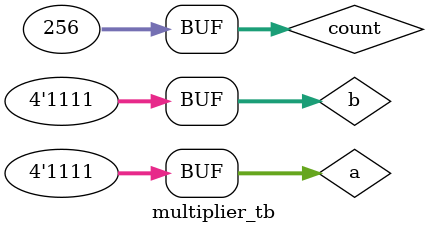
<source format=v>
module multiplier (
  input [3:0] a,
  input [3:0] b,
  output [7:0] out
);

    wire [3:0] l1, l2, l3;
    wire [3:0] multi0, multi1, multi2, multi3;
    wire [3:0] c0, c1, c2;
    wire [7:0] product;
    
    multiply mult0(a,b[0],multi0);
    multiply mult1(a,b[1],multi1);
    multiply mult2(a,b[2],multi2);
    multiply mult3(a,b[3],multi3);
    
    halfAdder ha0(multi0[1],multi1[0],l1[0],c0[0]);
    fullAdder fa1(multi0[2],multi1[1],c0[0],l1[1],c0[1]);
    fullAdder fa2(multi0[3],multi1[2],c0[2],l1[2],c0[2]);
    halfAdder ha3(c0[2],multi1[3],l1[3],c0[3]);
    
    halfAdder ha4(l1[1],multi2[0],l2[0],c1[0]);
    fullAdder fa5(l1[2],multi2[1],c1[0],l2[1],c1[1]);
    fullAdder fa6(l1[3],multi2[2],c1[1],l2[2],c1[2]);
    fullAdder fa7(c0[3],multi2[3],c1[2],l2[3],c1[3]);

    halfAdder ha8(l2[1],multi3[0],l3[0],c2[0]);
    fullAdder fa9(l2[2],multi3[1],c2[0],l3[1],c2[1]);
    fullAdder fa10(l2[3],multi3[2],c2[1],l3[2],c2[2]);
    fullAdder fa11(c1[3],multi3[3],c2[2],l3[3],c2[3]);
    
    assign product[0] = multi0[0];
    assign product[1] = l1[0];
    assign product[2] = l2[0];
    assign product[3] = l3[0];
    assign product[4] = l3[1];
    assign product[5] = l3[2];
    assign product[6] = l3[3];
    assign product[7] = c2[3];
    
    assign out = product;
    
endmodule
    
    
module fourBitAdder(
  input [3:0] a,
  input [3:0] b,
  output [3:0] sum,
  output cout
);

  wire [2:0] c;
  wire [4:0] s;

  halfAdder ha0 (a[0], b[0], s[0], c[0]);
  fullAdder fa0 (a[1], b[1], c[0], s[1], c[1]);
  fullAdder fa1 (a[2], b[2], c[1], s[2], c[2]);
  fullAdder fa2 (a[3], b[3], c[2], s[3], cout);

  assign sum = s;

endmodule

module halfAdder (
  input wire a,
  input wire b,
  output wire s,
  output wire cout
);

  assign s = a ^ b;
  assign cout = a & b;

endmodule

module multiply(
  input wire [3:0] a,
  input wire b,
  output wire [3:0] y
);

  assign y[0] = a[0] & b;
  assign y[1] = a[1] & b;
  assign y[2] = a[2] & b;
  assign y[3] = a[3] & b;

endmodule

module fullAdder (
  input wire a,
  input wire b,
  input wire cin,
  output wire s,
  output wire cout
);

  wire axorb;
  wire bb;
  wire cinab;

  assign axorb = a ^ b;
  assign s = axorb ^ cin;

  assign bb = a & b;
  assign cinab= cin & axorb;
  assign cout = bb | cinab;

endmodule



//TESTBENCH

module multiplier_tb;
	reg [3:0] a, b;
	wire [7:0] out;

	multiplier uut (.a(a), .b(b), .out(out));

	integer count;
     initial begin
        for (count = 0; count < 256; count = count + 1) begin
     	  {a,b}=count;
   	 #10;
   	 end
    end
endmodule

</source>
